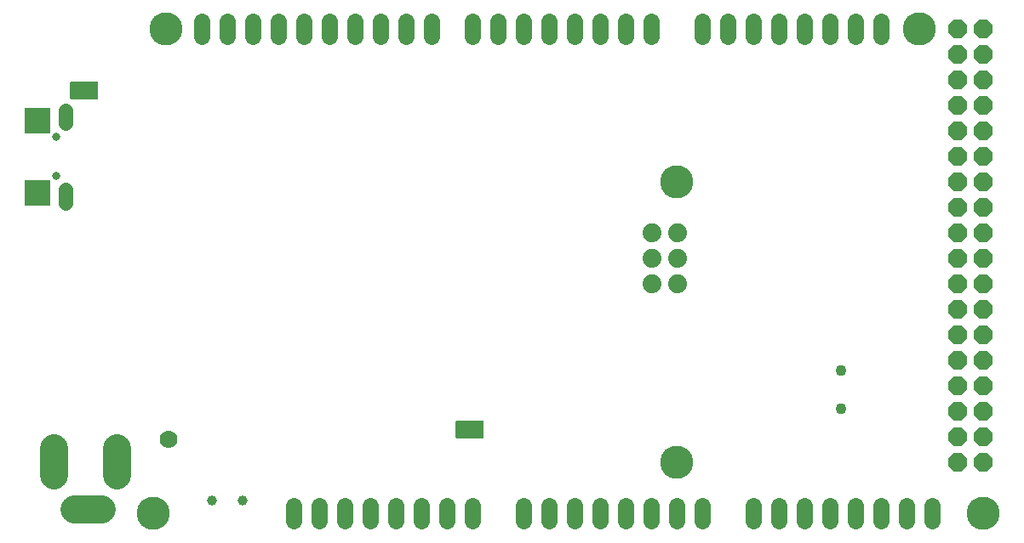
<source format=gbr>
G04 EAGLE Gerber RS-274X export*
G75*
%MOMM*%
%FSLAX34Y34*%
%LPD*%
%INSoldermask Bottom*%
%IPPOS*%
%AMOC8*
5,1,8,0,0,1.08239X$1,22.5*%
G01*
%ADD10C,3.301600*%
%ADD11C,1.879600*%
%ADD12C,0.801600*%
%ADD13R,2.514600X2.514600*%
%ADD14C,1.409600*%
%ADD15C,1.601600*%
%ADD16C,1.778000*%
%ADD17C,1.101600*%
%ADD18C,2.801600*%
%ADD19C,1.001600*%
%ADD20P,2.034460X8X292.500000*%

G36*
X83938Y438166D02*
X83938Y438166D01*
X84057Y438173D01*
X84095Y438186D01*
X84136Y438191D01*
X84246Y438234D01*
X84359Y438271D01*
X84394Y438293D01*
X84431Y438308D01*
X84527Y438378D01*
X84628Y438441D01*
X84656Y438471D01*
X84689Y438494D01*
X84765Y438586D01*
X84846Y438673D01*
X84866Y438708D01*
X84891Y438739D01*
X84942Y438847D01*
X85000Y438951D01*
X85010Y438991D01*
X85027Y439027D01*
X85049Y439144D01*
X85079Y439259D01*
X85083Y439320D01*
X85087Y439340D01*
X85085Y439360D01*
X85089Y439420D01*
X85089Y454660D01*
X85074Y454778D01*
X85067Y454897D01*
X85054Y454935D01*
X85049Y454976D01*
X85006Y455086D01*
X84969Y455199D01*
X84947Y455234D01*
X84932Y455271D01*
X84863Y455367D01*
X84799Y455468D01*
X84769Y455496D01*
X84746Y455529D01*
X84654Y455605D01*
X84567Y455686D01*
X84532Y455706D01*
X84501Y455731D01*
X84393Y455782D01*
X84289Y455840D01*
X84249Y455850D01*
X84213Y455867D01*
X84096Y455889D01*
X83981Y455919D01*
X83921Y455923D01*
X83901Y455927D01*
X83880Y455925D01*
X83820Y455929D01*
X58420Y455929D01*
X58302Y455914D01*
X58183Y455907D01*
X58145Y455894D01*
X58104Y455889D01*
X57994Y455846D01*
X57881Y455809D01*
X57846Y455787D01*
X57809Y455772D01*
X57713Y455703D01*
X57612Y455639D01*
X57584Y455609D01*
X57551Y455586D01*
X57476Y455494D01*
X57394Y455407D01*
X57374Y455372D01*
X57349Y455341D01*
X57298Y455233D01*
X57240Y455129D01*
X57230Y455089D01*
X57213Y455053D01*
X57191Y454936D01*
X57161Y454821D01*
X57157Y454761D01*
X57153Y454741D01*
X57154Y454734D01*
X57153Y454731D01*
X57154Y454716D01*
X57151Y454660D01*
X57151Y439420D01*
X57166Y439302D01*
X57173Y439183D01*
X57186Y439145D01*
X57191Y439104D01*
X57234Y438994D01*
X57271Y438881D01*
X57293Y438846D01*
X57308Y438809D01*
X57378Y438713D01*
X57441Y438612D01*
X57471Y438584D01*
X57494Y438551D01*
X57586Y438476D01*
X57673Y438394D01*
X57708Y438374D01*
X57739Y438349D01*
X57847Y438298D01*
X57951Y438240D01*
X57991Y438230D01*
X58027Y438213D01*
X58144Y438191D01*
X58259Y438161D01*
X58320Y438157D01*
X58340Y438153D01*
X58360Y438155D01*
X58420Y438151D01*
X83820Y438151D01*
X83938Y438166D01*
G37*
G36*
X467478Y100346D02*
X467478Y100346D01*
X467597Y100353D01*
X467635Y100366D01*
X467676Y100371D01*
X467786Y100414D01*
X467899Y100451D01*
X467934Y100473D01*
X467971Y100488D01*
X468067Y100558D01*
X468168Y100621D01*
X468196Y100651D01*
X468229Y100674D01*
X468305Y100766D01*
X468386Y100853D01*
X468406Y100888D01*
X468431Y100919D01*
X468482Y101027D01*
X468540Y101131D01*
X468550Y101171D01*
X468567Y101207D01*
X468589Y101324D01*
X468619Y101439D01*
X468623Y101500D01*
X468627Y101520D01*
X468625Y101540D01*
X468629Y101600D01*
X468629Y116840D01*
X468614Y116958D01*
X468607Y117077D01*
X468594Y117115D01*
X468589Y117156D01*
X468546Y117266D01*
X468509Y117379D01*
X468487Y117414D01*
X468472Y117451D01*
X468403Y117547D01*
X468339Y117648D01*
X468309Y117676D01*
X468286Y117709D01*
X468194Y117785D01*
X468107Y117866D01*
X468072Y117886D01*
X468041Y117911D01*
X467933Y117962D01*
X467829Y118020D01*
X467789Y118030D01*
X467753Y118047D01*
X467636Y118069D01*
X467521Y118099D01*
X467461Y118103D01*
X467441Y118107D01*
X467420Y118105D01*
X467360Y118109D01*
X441960Y118109D01*
X441842Y118094D01*
X441723Y118087D01*
X441685Y118074D01*
X441644Y118069D01*
X441534Y118026D01*
X441421Y117989D01*
X441386Y117967D01*
X441349Y117952D01*
X441253Y117883D01*
X441152Y117819D01*
X441124Y117789D01*
X441091Y117766D01*
X441016Y117674D01*
X440934Y117587D01*
X440914Y117552D01*
X440889Y117521D01*
X440838Y117413D01*
X440780Y117309D01*
X440770Y117269D01*
X440753Y117233D01*
X440731Y117116D01*
X440701Y117001D01*
X440697Y116941D01*
X440693Y116921D01*
X440694Y116914D01*
X440693Y116912D01*
X440694Y116896D01*
X440691Y116840D01*
X440691Y101600D01*
X440706Y101482D01*
X440713Y101363D01*
X440726Y101325D01*
X440731Y101284D01*
X440774Y101174D01*
X440811Y101061D01*
X440833Y101026D01*
X440848Y100989D01*
X440918Y100893D01*
X440981Y100792D01*
X441011Y100764D01*
X441034Y100731D01*
X441126Y100656D01*
X441213Y100574D01*
X441248Y100554D01*
X441279Y100529D01*
X441387Y100478D01*
X441491Y100420D01*
X441531Y100410D01*
X441567Y100393D01*
X441684Y100371D01*
X441799Y100341D01*
X441860Y100337D01*
X441880Y100333D01*
X441900Y100335D01*
X441960Y100331D01*
X467360Y100331D01*
X467478Y100346D01*
G37*
D10*
X660400Y355600D03*
X660400Y76200D03*
X152400Y508000D03*
X139700Y25400D03*
X965200Y25400D03*
X901700Y508000D03*
D11*
X661670Y304800D03*
X661670Y279400D03*
X661670Y254000D03*
X636270Y304800D03*
X636270Y279400D03*
X636270Y254000D03*
D12*
X43180Y400500D03*
X43180Y361500D03*
D13*
X24180Y345000D03*
X24180Y417000D03*
D14*
X52180Y414000D02*
X52180Y427080D01*
X52180Y348000D02*
X52180Y334920D01*
D15*
X187960Y500500D02*
X187960Y515500D01*
X213360Y515500D02*
X213360Y500500D01*
X238760Y500500D02*
X238760Y515500D01*
X264160Y515500D02*
X264160Y500500D01*
X289560Y500500D02*
X289560Y515500D01*
X314960Y515500D02*
X314960Y500500D01*
X340360Y500500D02*
X340360Y515500D01*
X365760Y515500D02*
X365760Y500500D01*
X391160Y500500D02*
X391160Y515500D01*
X416560Y515500D02*
X416560Y500500D01*
X457200Y500500D02*
X457200Y515500D01*
X482600Y515500D02*
X482600Y500500D01*
X508000Y500500D02*
X508000Y515500D01*
X533400Y515500D02*
X533400Y500500D01*
X558800Y500500D02*
X558800Y515500D01*
X584200Y515500D02*
X584200Y500500D01*
X609600Y500500D02*
X609600Y515500D01*
X635000Y515500D02*
X635000Y500500D01*
X279400Y32900D02*
X279400Y17900D01*
X304800Y17900D02*
X304800Y32900D01*
X330200Y32900D02*
X330200Y17900D01*
X355600Y17900D02*
X355600Y32900D01*
X381000Y32900D02*
X381000Y17900D01*
X406400Y17900D02*
X406400Y32900D01*
X431800Y32900D02*
X431800Y17900D01*
X457200Y17900D02*
X457200Y32900D01*
D16*
X154940Y99060D03*
D17*
X824230Y129540D03*
X824230Y167640D03*
D18*
X102980Y90970D02*
X102980Y63970D01*
X40480Y63970D02*
X40480Y90970D01*
X60980Y29470D02*
X87980Y29470D01*
D19*
X198360Y38100D03*
X228360Y38100D03*
D15*
X508000Y32900D02*
X508000Y17900D01*
X533400Y17900D02*
X533400Y32900D01*
X558800Y32900D02*
X558800Y17900D01*
X584200Y17900D02*
X584200Y32900D01*
X609600Y32900D02*
X609600Y17900D01*
X635000Y17900D02*
X635000Y32900D01*
X660400Y32900D02*
X660400Y17900D01*
X685800Y17900D02*
X685800Y32900D01*
X736600Y32900D02*
X736600Y17900D01*
X762000Y17900D02*
X762000Y32900D01*
X787400Y32900D02*
X787400Y17900D01*
X812800Y17900D02*
X812800Y32900D01*
X838200Y32900D02*
X838200Y17900D01*
X863600Y17900D02*
X863600Y32900D01*
X889000Y32900D02*
X889000Y17900D01*
X914400Y17900D02*
X914400Y32900D01*
X685800Y500500D02*
X685800Y515500D01*
X711200Y515500D02*
X711200Y500500D01*
X736600Y500500D02*
X736600Y515500D01*
X762000Y515500D02*
X762000Y500500D01*
X787400Y500500D02*
X787400Y515500D01*
X812800Y515500D02*
X812800Y500500D01*
X838200Y500500D02*
X838200Y515500D01*
X863600Y515500D02*
X863600Y500500D01*
D20*
X939800Y508000D03*
X965200Y508000D03*
X939800Y482600D03*
X965200Y482600D03*
X939800Y457200D03*
X965200Y457200D03*
X939800Y431800D03*
X965200Y431800D03*
X939800Y406400D03*
X965200Y406400D03*
X939800Y381000D03*
X965200Y381000D03*
X939800Y355600D03*
X965200Y355600D03*
X939800Y330200D03*
X965200Y330200D03*
X939800Y304800D03*
X965200Y304800D03*
X939800Y279400D03*
X965200Y279400D03*
X939800Y254000D03*
X965200Y254000D03*
X939800Y228600D03*
X965200Y228600D03*
X939800Y203200D03*
X965200Y203200D03*
X939800Y177800D03*
X965200Y177800D03*
X939800Y152400D03*
X965200Y152400D03*
X939800Y127000D03*
X965200Y127000D03*
X939800Y101600D03*
X965200Y101600D03*
X939800Y76200D03*
X965200Y76200D03*
M02*

</source>
